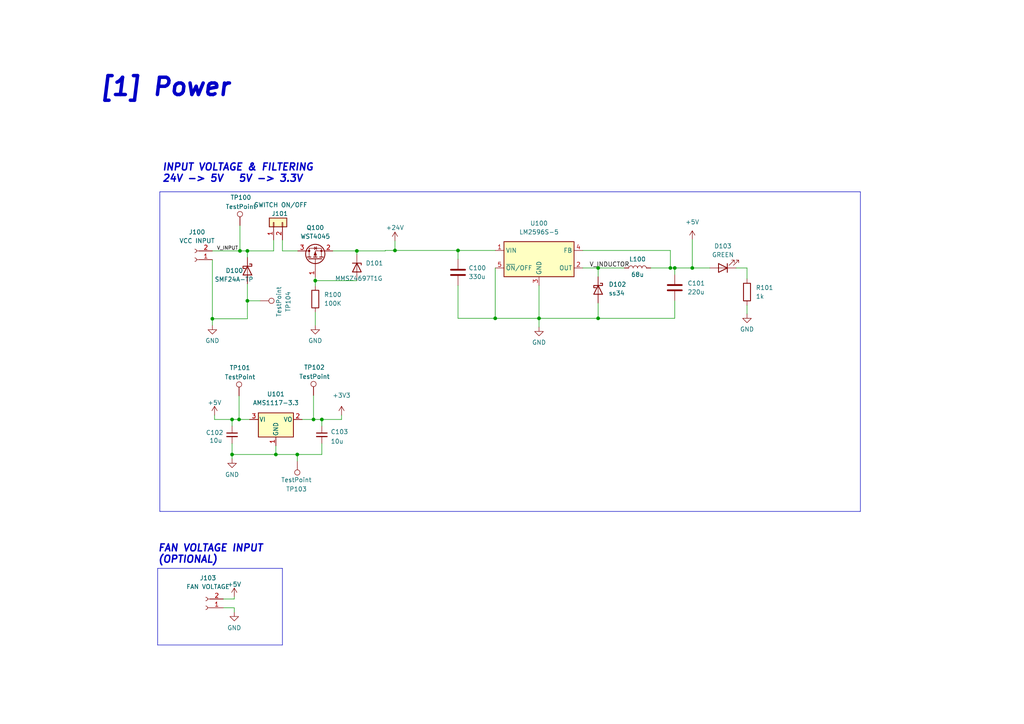
<source format=kicad_sch>
(kicad_sch (version 20230121) (generator eeschema)
  (paper "A4")
  (lib_symbols
    (symbol "Connector:Conn_01x02_Female" (pin_names (offset 1.016) hide)
      (property "Reference" "J" (at 0 2.54 0))
      (property "Value" "Conn_01x02_Female" (at 0 -5.08 0))
      (symbol "Conn_01x02_Female_1_1"
        (arc (start 0 -2.032) (mid -0.5058 -2.54) (end 0 -3.048) (stroke (width 0.1524)))
        (polyline (pts (xy -1.27 -2.54) (xy -0.508 -2.54)) (stroke (width 0.1524)))
        (polyline (pts (xy -1.27 0) (xy -0.508 0)) (stroke (width 0.1524)))
        (arc (start 0 0.508) (mid -0.5058 0) (end 0 -0.508) (stroke (width 0.1524)))
        (pin passive line (at -5.08 0 0) (length 3.81) (name "Pin_1") (number "1"))
        (pin passive line (at -5.08 -2.54 0) (length 3.81) (name "Pin_2") (number "2"))
      )
    )
    (symbol "Connector:TestPoint" (pin_numbers hide) (pin_names (offset 0.762) hide)
      (property "Reference" "TP" (at 0 6.858 0))
      (property "Value" "TestPoint" (at 0 5.08 0))
      (symbol "TestPoint_0_1"
        (circle (center 0 3.302) (radius 0.762))
      )
      (symbol "TestPoint_1_1"
        (pin passive line (at 0 0 90) (length 2.54) (name "1") (number "1"))
      )
    )
    (symbol "Connector_Generic:Conn_01x02" (pin_names (offset 1.016) hide)
      (property "Reference" "J" (at 0 2.54 0))
      (property "Value" "Conn_01x02" (at 0 -5.08 0))
      (symbol "Conn_01x02_1_1"
        (rectangle (start -1.27 -2.413) (end 0 -2.667) (stroke (width 0.1524)))
        (rectangle (start -1.27 0.127) (end 0 -0.127) (stroke (width 0.1524)))
        (rectangle (start -1.27 1.27) (end 1.27 -3.81) (stroke (width 0.254)) (fill (type background)))
        (pin passive line (at -5.08 0 0) (length 3.81) (name "Pin_1") (number "1"))
        (pin passive line (at -5.08 -2.54 0) (length 3.81) (name "Pin_2") (number "2"))
      )
    )
    (symbol "Device:C" (pin_numbers hide) (pin_names (offset 0.254))
      (property "Reference" "C" (at 0.635 2.54 0))
      (property "Value" "C" (at 0.635 -2.54 0))
      (symbol "C_0_1"
        (polyline (pts (xy -2.032 -0.762) (xy 2.032 -0.762)) (stroke (width 0.508)))
        (polyline (pts (xy -2.032 0.762) (xy 2.032 0.762)) (stroke (width 0.508)))
      )
      (symbol "C_1_1"
        (pin passive line (at 0 3.81 270) (length 2.794) (name "~") (number "1"))
        (pin passive line (at 0 -3.81 90) (length 2.794) (name "~") (number "2"))
      )
    )
    (symbol "Device:C_Small" (pin_numbers hide) (pin_names (offset 0.254) hide)
      (property "Reference" "C" (at 0.254 1.778 0))
      (property "Value" "C_Small" (at 0.254 -2.032 0))
      (symbol "C_Small_0_1"
        (polyline (pts (xy -1.524 -0.508) (xy 1.524 -0.508)) (stroke (width 0.3302)))
        (polyline (pts (xy -1.524 0.508) (xy 1.524 0.508)) (stroke (width 0.3048)))
      )
      (symbol "C_Small_1_1"
        (pin passive line (at 0 2.54 270) (length 2.032) (name "~") (number "1"))
        (pin passive line (at 0 -2.54 90) (length 2.032) (name "~") (number "2"))
      )
    )
    (symbol "Device:D_Schottky" (pin_numbers hide) (pin_names (offset 1.016) hide)
      (property "Reference" "D" (at 0 2.54 0))
      (property "Value" "D_Schottky" (at 0 -2.54 0))
      (symbol "D_Schottky_0_1"
        (polyline (pts (xy 1.27 0) (xy -1.27 0)))
        (polyline (pts (xy 1.27 1.27) (xy 1.27 -1.27) (xy -1.27 0) (xy 1.27 1.27)) (stroke (width 0.254)))
        (polyline (pts (xy -1.905 0.635) (xy -1.905 1.27) (xy -1.27 1.27) (xy -1.27 -1.27) (xy -0.635 -1.27) (xy -0.635 -0.635)) (stroke (width 0.254)))
      )
      (symbol "D_Schottky_1_1"
        (pin passive line (at -3.81 0 0) (length 2.54) (name "K") (number "1"))
        (pin passive line (at 3.81 0 180) (length 2.54) (name "A") (number "2"))
      )
    )
    (symbol "Device:D_Zener" (pin_numbers hide) (pin_names (offset 1.016) hide)
      (property "Reference" "D" (at 0 2.54 0))
      (property "Value" "D_Zener" (at 0 -2.54 0))
      (symbol "D_Zener_0_1"
        (polyline (pts (xy 1.27 0) (xy -1.27 0)))
        (polyline (pts (xy -1.27 -1.27) (xy -1.27 1.27) (xy -0.762 1.27)) (stroke (width 0.254)))
        (polyline (pts (xy 1.27 -1.27) (xy 1.27 1.27) (xy -1.27 0) (xy 1.27 -1.27)) (stroke (width 0.254)))
      )
      (symbol "D_Zener_1_1"
        (pin passive line (at -3.81 0 0) (length 2.54) (name "K") (number "1"))
        (pin passive line (at 3.81 0 180) (length 2.54) (name "A") (number "2"))
      )
    )
    (symbol "Device:L" (pin_numbers hide) (pin_names (offset 1.016) hide)
      (property "Reference" "L" (at -1.27 0 90))
      (property "Value" "L" (at 1.905 0 90))
      (symbol "L_0_1"
        (arc (start 0 -2.54) (mid 0.6323 -1.905) (end 0 -1.27))
        (arc (start 0 -1.27) (mid 0.6323 -0.635) (end 0 0))
        (arc (start 0 0) (mid 0.6323 0.635) (end 0 1.27))
        (arc (start 0 1.27) (mid 0.6323 1.905) (end 0 2.54))
      )
      (symbol "L_1_1"
        (pin passive line (at 0 3.81 270) (length 1.27) (name "1") (number "1"))
        (pin passive line (at 0 -3.81 90) (length 1.27) (name "2") (number "2"))
      )
    )
    (symbol "Device:LED" (pin_numbers hide) (pin_names (offset 1.016) hide)
      (property "Reference" "D" (at 0 2.54 0))
      (property "Value" "LED" (at 0 -2.54 0))
      (symbol "LED_0_1"
        (polyline (pts (xy -1.27 -1.27) (xy -1.27 1.27)) (stroke (width 0.254)))
        (polyline (pts (xy -1.27 0) (xy 1.27 0)))
        (polyline (pts (xy 1.27 -1.27) (xy 1.27 1.27) (xy -1.27 0) (xy 1.27 -1.27)) (stroke (width 0.254)))
        (polyline (pts (xy -3.048 -0.762) (xy -4.572 -2.286) (xy -3.81 -2.286) (xy -4.572 -2.286) (xy -4.572 -1.524)))
        (polyline (pts (xy -1.778 -0.762) (xy -3.302 -2.286) (xy -2.54 -2.286) (xy -3.302 -2.286) (xy -3.302 -1.524)))
      )
      (symbol "LED_1_1"
        (pin passive line (at -3.81 0 0) (length 2.54) (name "K") (number "1"))
        (pin passive line (at 3.81 0 180) (length 2.54) (name "A") (number "2"))
      )
    )
    (symbol "Device:R" (pin_numbers hide) (pin_names (offset 0))
      (property "Reference" "R" (at 2.032 0 90))
      (property "Value" "R" (at 0 0 90))
      (symbol "R_0_1"
        (rectangle (start -1.016 -2.54) (end 1.016 2.54) (stroke (width 0.254)))
      )
      (symbol "R_1_1"
        (pin passive line (at 0 3.81 270) (length 1.27) (name "~") (number "1"))
        (pin passive line (at 0 -3.81 90) (length 1.27) (name "~") (number "2"))
      )
    )
    (symbol "Regulator_Linear:AMS1117-3.3" (pin_names (offset 0.254))
      (property "Reference" "U" (at -3.81 3.175 0))
      (property "Value" "AMS1117-3.3" (at 0 3.175 0))
      (symbol "AMS1117-3.3_0_1"
        (rectangle (start -5.08 -5.08) (end 5.08 1.905) (stroke (width 0.254)) (fill (type background)))
      )
      (symbol "AMS1117-3.3_1_1"
        (pin power_in line (at 0 -7.62 90) (length 2.54) (name "GND") (number "1"))
        (pin power_out line (at 7.62 0 180) (length 2.54) (name "VO") (number "2"))
        (pin power_in line (at -7.62 0 0) (length 2.54) (name "VI") (number "3"))
      )
    )
    (symbol "Regulator_Switching:LM2596S-5"
      (property "Reference" "U" (at -10.16 6.35 0))
      (property "Value" "LM2596S-5" (at 0 6.35 0))
      (symbol "LM2596S-5_0_1"
        (rectangle (start -10.16 5.08) (end 10.16 -5.08) (stroke (width 0.254)) (fill (type background)))
      )
      (symbol "LM2596S-5_1_1"
        (pin power_in line (at -12.7 2.54 0) (length 2.54) (name "VIN") (number "1"))
        (pin output line (at 12.7 -2.54 180) (length 2.54) (name "OUT") (number "2"))
        (pin power_in line (at 0 -7.62 90) (length 2.54) (name "GND") (number "3"))
        (pin input line (at 12.7 2.54 180) (length 2.54) (name "FB") (number "4"))
        (pin input line (at -12.7 -2.54 0) (length 2.54) (name "~{ON}/OFF") (number "5"))
      )
    )
    (symbol "Transistor_FET:AO3401A" (pin_names hide)
      (property "Reference" "Q" (at 5.08 1.905 0))
      (property "Value" "AO3401A" (at 5.08 0 0))
      (symbol "AO3401A_0_1"
        (polyline (pts (xy 0.254 0) (xy -2.54 0)))
        (polyline (pts (xy 0.254 1.905) (xy 0.254 -1.905)) (stroke (width 0.254)))
        (polyline (pts (xy 0.762 -1.27) (xy 0.762 -2.286)) (stroke (width 0.254)))
        (polyline (pts (xy 0.762 0.508) (xy 0.762 -0.508)) (stroke (width 0.254)))
        (polyline (pts (xy 0.762 2.286) (xy 0.762 1.27)) (stroke (width 0.254)))
        (polyline (pts (xy 2.54 2.54) (xy 2.54 1.778)))
        (polyline (pts (xy 2.54 -2.54) (xy 2.54 0) (xy 0.762 0)))
        (polyline (pts (xy 0.762 1.778) (xy 3.302 1.778) (xy 3.302 -1.778) (xy 0.762 -1.778)))
        (polyline (pts (xy 2.286 0) (xy 1.27 0.381) (xy 1.27 -0.381) (xy 2.286 0)) (fill (type outline)))
        (polyline (pts (xy 2.794 -0.508) (xy 2.921 -0.381) (xy 3.683 -0.381) (xy 3.81 -0.254)))
        (polyline (pts (xy 3.302 -0.381) (xy 2.921 0.254) (xy 3.683 0.254) (xy 3.302 -0.381)))
        (circle (center 1.651 0) (radius 2.794) (stroke (width 0.254)))
        (circle (center 2.54 -1.778) (radius 0.254) (fill (type outline)))
        (circle (center 2.54 1.778) (radius 0.254) (fill (type outline)))
      )
      (symbol "AO3401A_1_1"
        (pin input line (at -5.08 0 0) (length 2.54) (name "G") (number "1"))
        (pin passive line (at 2.54 -5.08 90) (length 2.54) (name "S") (number "2"))
        (pin passive line (at 2.54 5.08 270) (length 2.54) (name "D") (number "3"))
      )
    )
    (symbol "power:+24V" (power) (pin_names (offset 0))
      (property "Value" "+24V" (at 0 3.556 0))
      (symbol "+24V_0_1"
        (polyline (pts (xy -0.762 1.27) (xy 0 2.54)))
        (polyline (pts (xy 0 0) (xy 0 2.54)))
        (polyline (pts (xy 0 2.54) (xy 0.762 1.27)))
      )
      (symbol "+24V_1_1"
        (pin power_in line (at 0 0 90) (length 0) hide (name "+24V") (number "1"))
      )
    )
    (symbol "power:+3V3" (power) (pin_names (offset 0))
      (property "Value" "+3V3" (at 0 3.556 0))
      (symbol "+3V3_0_1"
        (polyline (pts (xy -0.762 1.27) (xy 0 2.54)))
        (polyline (pts (xy 0 0) (xy 0 2.54)))
        (polyline (pts (xy 0 2.54) (xy 0.762 1.27)))
      )
      (symbol "+3V3_1_1"
        (pin power_in line (at 0 0 90) (length 0) hide (name "+3V3") (number "1"))
      )
    )
    (symbol "power:+5V" (power) (pin_names (offset 0))
      (property "Value" "+5V" (at 0 3.556 0))
      (symbol "+5V_0_1"
        (polyline (pts (xy -0.762 1.27) (xy 0 2.54)))
        (polyline (pts (xy 0 0) (xy 0 2.54)))
        (polyline (pts (xy 0 2.54) (xy 0.762 1.27)))
      )
      (symbol "+5V_1_1"
        (pin power_in line (at 0 0 90) (length 0) hide (name "+5V") (number "1"))
      )
    )
    (symbol "power:GND" (power) (pin_names (offset 0))
      (property "Value" "GND" (at 0 -3.81 0))
      (symbol "GND_0_1"
        (polyline (pts (xy 0 0) (xy 0 -1.27) (xy 1.27 -1.27) (xy 0 -2.54) (xy -1.27 -1.27) (xy 0 -1.27)))
      )
      (symbol "GND_1_1"
        (pin power_in line (at 0 0 270) (length 0) hide (name "GND") (number "1"))
      )
    )
  )
  (junction (at 90.932 121.666))
  (junction (at 86.233 131.826))
  (junction (at 173.482 77.724))
  (junction (at 61.595 92.456))
  (junction (at 143.637 92.329))
  (junction (at 71.755 87.249))
  (junction (at 71.755 72.771))
  (junction (at 91.44 81.407))
  (junction (at 114.554 72.644))
  (junction (at 132.842 72.644))
  (junction (at 200.787 77.724))
  (junction (at 194.437 77.724))
  (junction (at 69.342 121.666))
  (junction (at 69.596 72.771))
  (junction (at 103.505 72.771))
  (junction (at 195.707 77.724))
  (junction (at 156.337 92.329))
  (junction (at 80.01 131.826))
  (junction (at 67.31 121.666))
  (junction (at 67.31 131.826))
  (junction (at 93.345 121.666))
  (junction (at 173.482 92.329))
  (wire (pts (xy 194.437 77.724) (xy 188.722 77.724)))
  (wire (pts (xy 71.755 72.771) (xy 79.375 72.771)))
  (wire (pts (xy 213.487 77.724) (xy 216.662 77.724)))
  (wire (pts (xy 103.505 72.771) (xy 96.52 72.771)))
  (wire (pts (xy 195.707 92.329) (xy 173.482 92.329)))
  (wire (pts (xy 195.707 79.629) (xy 195.707 77.724)))
  (wire (pts (xy 91.44 81.407) (xy 103.505 81.407)))
  (wire (pts (xy 69.342 114.808) (xy 69.342 121.666)))
  (wire (pts (xy 143.637 92.329) (xy 156.337 92.329)))
  (polyline (pts (xy 249.555 55.626) (xy 249.555 148.336)))
  (polyline (pts (xy 45.72 164.846) (xy 81.915 164.846)))
  (polyline (pts (xy 45.72 164.846) (xy 45.72 187.071)))
  (wire (pts (xy 80.01 131.826) (xy 67.31 131.826)))
  (wire (pts (xy 86.233 131.826) (xy 86.233 133.731)))
  (polyline (pts (xy 46.355 55.626) (xy 249.555 55.626)))
  (wire (pts (xy 173.482 80.264) (xy 173.482 77.724)))
  (wire (pts (xy 90.932 121.666) (xy 93.345 121.666)))
  (wire (pts (xy 216.662 88.519) (xy 216.662 91.059)))
  (polyline (pts (xy 81.915 187.071) (xy 45.72 187.071)))
  (polyline (pts (xy 249.555 148.336) (xy 46.355 148.336)))
  (wire (pts (xy 111.76 72.644) (xy 114.554 72.644)))
  (wire (pts (xy 200.787 77.724) (xy 195.707 77.724)))
  (wire (pts (xy 143.637 77.724) (xy 143.637 92.329)))
  (wire (pts (xy 173.482 87.884) (xy 173.482 92.329)))
  (wire (pts (xy 132.842 72.644) (xy 143.637 72.644)))
  (wire (pts (xy 69.596 72.771) (xy 71.755 72.771)))
  (wire (pts (xy 67.31 121.666) (xy 69.342 121.666)))
  (wire (pts (xy 103.505 72.771) (xy 111.76 72.771)))
  (wire (pts (xy 156.337 82.804) (xy 156.337 92.329)))
  (wire (pts (xy 81.915 69.596) (xy 81.915 72.771)))
  (wire (pts (xy 69.342 121.666) (xy 72.39 121.666)))
  (wire (pts (xy 132.842 92.329) (xy 143.637 92.329)))
  (wire (pts (xy 169.037 72.644) (xy 194.437 72.644)))
  (polyline (pts (xy 46.355 55.626) (xy 46.355 148.336)))
  (wire (pts (xy 71.755 72.771) (xy 71.755 74.676)))
  (wire (pts (xy 62.23 121.666) (xy 67.31 121.666)))
  (wire (pts (xy 61.595 92.456) (xy 61.595 94.361)))
  (wire (pts (xy 62.23 120.396) (xy 62.23 121.666)))
  (wire (pts (xy 173.482 92.329) (xy 156.337 92.329)))
  (wire (pts (xy 71.755 87.249) (xy 71.755 92.456)))
  (wire (pts (xy 111.76 72.644) (xy 111.76 72.771)))
  (wire (pts (xy 61.595 75.311) (xy 61.595 92.456)))
  (wire (pts (xy 79.375 69.596) (xy 79.375 72.771)))
  (wire (pts (xy 91.44 90.551) (xy 91.44 94.361)))
  (wire (pts (xy 93.345 131.826) (xy 86.233 131.826)))
  (wire (pts (xy 132.842 82.804) (xy 132.842 92.329)))
  (wire (pts (xy 195.707 87.249) (xy 195.707 92.329)))
  (wire (pts (xy 99.06 121.666) (xy 99.06 120.396)))
  (wire (pts (xy 195.707 77.724) (xy 194.437 77.724)))
  (wire (pts (xy 69.596 65.405) (xy 69.596 72.771)))
  (wire (pts (xy 67.31 121.666) (xy 67.31 123.571)))
  (wire (pts (xy 194.437 72.644) (xy 194.437 77.724)))
  (wire (pts (xy 200.787 69.469) (xy 200.787 77.724)))
  (wire (pts (xy 61.595 72.771) (xy 69.596 72.771)))
  (polyline (pts (xy 81.915 164.846) (xy 81.915 187.071)))
  (wire (pts (xy 61.595 92.456) (xy 71.755 92.456)))
  (wire (pts (xy 67.945 176.276) (xy 67.945 177.546)))
  (wire (pts (xy 80.01 129.286) (xy 80.01 131.826)))
  (wire (pts (xy 91.44 80.391) (xy 91.44 81.407)))
  (wire (pts (xy 71.755 82.296) (xy 71.755 87.249)))
  (wire (pts (xy 93.345 121.666) (xy 93.345 123.571)))
  (wire (pts (xy 103.505 72.771) (xy 103.505 73.787)))
  (wire (pts (xy 205.867 77.724) (xy 200.787 77.724)))
  (wire (pts (xy 93.345 128.651) (xy 93.345 131.826)))
  (wire (pts (xy 67.945 173.736) (xy 67.945 173.101)))
  (wire (pts (xy 64.77 173.736) (xy 67.945 173.736)))
  (wire (pts (xy 114.554 69.85) (xy 114.554 72.644)))
  (wire (pts (xy 86.233 131.826) (xy 80.01 131.826)))
  (wire (pts (xy 67.31 128.651) (xy 67.31 131.826)))
  (wire (pts (xy 91.44 81.407) (xy 91.44 82.931)))
  (wire (pts (xy 156.337 92.329) (xy 156.337 94.869)))
  (wire (pts (xy 90.932 114.681) (xy 90.932 121.666)))
  (wire (pts (xy 114.554 72.644) (xy 132.842 72.644)))
  (wire (pts (xy 81.915 72.771) (xy 86.36 72.771)))
  (wire (pts (xy 132.842 75.184) (xy 132.842 72.644)))
  (wire (pts (xy 87.63 121.666) (xy 90.932 121.666)))
  (wire (pts (xy 216.662 77.724) (xy 216.662 80.899)))
  (wire (pts (xy 67.31 131.826) (xy 67.31 133.096)))
  (wire (pts (xy 173.482 77.724) (xy 181.102 77.724)))
  (wire (pts (xy 173.482 77.724) (xy 169.037 77.724)))
  (wire (pts (xy 93.345 121.666) (xy 99.06 121.666)))
  (wire (pts (xy 71.755 87.249) (xy 75.438 87.249)))
  (wire (pts (xy 64.77 176.276) (xy 67.945 176.276)))
  (text "[1] Power" (at 28.575 28.321 0) (effects (font (size 5.0038 5.0038) (thickness 1.0008) bold italic) (justify left bottom)))
  (text "INPUT VOLTAGE & FILTERING\n24V -> 5V   5V -> 3.3V" (at 46.99 53.086 0) (effects (font (size 2.032 2.032) (thickness 0.4064) bold italic) (justify left bottom)))
  (text "FAN VOLTAGE INPUT \n(OPTIONAL)" (at 45.72 163.576 0) (effects (font (size 2.032 2.032) (thickness 0.4064) bold italic) (justify left bottom)))
  (label "V_INPUT" (at 62.865 72.771 0) (effects (font (size 1.016 1.016))))
  (label "V_INDUCTOR" (at 170.942 77.724 0))
  (symbol (lib_id "Device:R") (at 216.662 84.709 180) (unit 1)
    (property "Reference" "R101" (at 219.202 83.439 0) (effects (justify right)))
    (property "Value" "1k" (at 219.202 85.979 0) (effects (justify right)))
    (property "Footprint" "Resistor_SMD:R_0603_1608Metric" (effects hide))
    (property "LCSC" "C21190" (effects hide))
  )
  (symbol (lib_id "Regulator_Switching:LM2596S-5") (at 156.337 75.184 0) (unit 1)
    (property "Reference" "U100" (at 156.337 64.77 0))
    (property "Value" "LM2596S-5" (at 156.337 67.31 0))
    (property "Footprint" "Package_TO_SOT_SMD:TO-263-5_TabPin3" (effects hide))
    (property "Datasheet" "http://www.ti.com/lit/ds/symlink/lm2596.pdf" (effects hide))
    (property "LCSC" "C10002" (effects hide))
  )
  (symbol (lib_id "power:+5V") (at 67.945 173.101 0) (unit 1)
    (property "Reference" "#PWR0107" (effects hide))
    (property "Value" "+5V" (at 67.945 169.4965 0))
  )
  (symbol (lib_id "Device:C") (at 195.707 83.439 0) (unit 1)
    (property "Reference" "C101" (at 199.39 82.1689 0) (effects (justify left)))
    (property "Value" "220u" (at 199.39 84.7089 0) (effects (justify left)))
    (property "Footprint" "Capacitor_SMD:CP_Elec_10x10.5" (effects hide))
    (property "LCSC" "C2886113" (effects hide))
  )
  (symbol (lib_id "Connector:Conn_01x02_Female") (at 59.69 176.276 180) (unit 1)
    (property "Reference" "J103" (at 60.325 167.64 0))
    (property "Value" "FAN VOLTAGE" (at 60.325 170.18 0))
    (property "Footprint" "Connector_PinHeader_2.54mm:PinHeader_1x02_P2.54mm_Vertical" (effects hide))
  )
  (symbol (lib_id "Regulator_Linear:AMS1117-3.3") (at 80.01 121.666 0) (unit 1)
    (property "Reference" "U101" (at 80.01 114.3 0))
    (property "Value" "AMS1117-3.3" (at 80.01 116.84 0))
    (property "Footprint" "Package_TO_SOT_SMD:SOT-223-3_TabPin2" (effects hide))
    (property "Datasheet" "http://www.advanced-monolithic.com/pdf/ds1117.pdf" (effects hide))
    (property "LCSC" "C6186" (effects hide))
  )
  (symbol (lib_id "Device:C_Small") (at 93.345 126.111 0) (unit 1)
    (property "Reference" "C103" (at 95.885 125.2409 0) (effects (justify left)))
    (property "Value" "10u" (at 95.885 128.016 0) (effects (justify left)))
    (property "Footprint" "Capacitor_SMD:C_0805_2012Metric" (effects hide))
    (property "LCSC" "C15850" (effects hide))
  )
  (symbol (lib_id "power:GND") (at 156.337 94.869 0) (unit 1)
    (property "Reference" "#PWR0104" (effects hide))
    (property "Value" "GND" (at 156.337 99.314 0))
  )
  (symbol (lib_id "Connector_Generic:Conn_01x02") (at 79.375 64.516 90) (unit 1)
    (property "Reference" "J101" (at 78.74 61.976 90) (effects (justify right)))
    (property "Value" "SWITCH ON/OFF" (at 73.66 59.436 90) (effects (justify right)))
    (property "Footprint" "B2B-XH-A:JST_B2B-XH-A_LF__SN_" (effects hide))
  )
  (symbol (lib_id "Connector:Conn_01x02_Female") (at 56.515 75.311 180) (unit 1)
    (property "Reference" "J100" (at 57.15 67.31 0))
    (property "Value" "VCC INPUT" (at 57.15 69.85 0))
    (property "Footprint" "Connector_Phoenix_MSTB:PhoenixContact_MSTBA_2,5_2-G-5,08_1x02_P5.08mm_Horizontal" (effects hide))
  )
  (symbol (lib_id "power:+5V") (at 62.23 120.396 0) (unit 1)
    (property "Reference" "#PWR0101" (effects hide))
    (property "Value" "+5V" (at 62.23 116.7915 0))
  )
  (symbol (lib_id "Device:D_Zener") (at 103.505 77.597 270) (unit 1)
    (property "Reference" "D101" (at 106.045 76.3269 90) (effects (justify left)))
    (property "Value" "MMSZ4697T1G" (at 97.155 80.772 90) (effects (justify left)))
    (property "Footprint" "Diode_SMD:D_SOD-123" (effects hide))
    (property "LCSC" "C48870" (effects hide))
  )
  (symbol (lib_id "Device:C_Small") (at 67.31 126.111 0) (unit 1)
    (property "Reference" "C102" (at 59.69 125.476 0) (effects (justify left)))
    (property "Value" "10u" (at 60.706 127.762 0) (effects (justify left)))
    (property "Footprint" "Capacitor_SMD:C_0805_2012Metric" (effects hide))
    (property "LCSC" "C15850" (effects hide))
  )
  (symbol (lib_id "Connector:TestPoint") (at 90.932 114.681 0) (unit 1)
    (property "Reference" "TP102" (at 88.138 106.553 0) (effects (justify left)))
    (property "Value" "TestPoint" (at 86.741 109.22 0) (effects (justify left)))
    (property "Footprint" "TestPoint:TestPoint_Pad_D2.0mm" (effects hide))
  )
  (symbol (lib_id "Connector:TestPoint") (at 69.342 114.808 0) (unit 1)
    (property "Reference" "TP101" (at 66.548 106.68 0) (effects (justify left)))
    (property "Value" "TestPoint" (at 65.151 109.347 0) (effects (justify left)))
    (property "Footprint" "TestPoint:TestPoint_Pad_D2.0mm" (effects hide))
  )
  (symbol (lib_id "Transistor_FET:AO3401A") (at 91.44 75.311 90) (unit 1)
    (property "Reference" "Q100" (at 91.44 66.04 90))
    (property "Value" "WST4045" (at 91.44 68.58 90))
    (property "Footprint" "Package_TO_SOT_SMD:SOT-23" (effects hide))
    (property "Datasheet" "http://www.aosmd.com/pdfs/datasheet/AO3401A.pdf" (effects hide))
    (property "LCSC" "C719073" (effects hide))
  )
  (symbol (lib_id "Connector:TestPoint") (at 75.438 87.249 270) (unit 1)
    (property "Reference" "TP104" (at 83.566 84.455 0) (effects (justify left)))
    (property "Value" "TestPoint" (at 80.899 83.058 0) (effects (justify left)))
    (property "Footprint" "TestPoint:TestPoint_Pad_D2.0mm" (effects hide))
  )
  (symbol (lib_id "power:+5V") (at 200.787 69.469 0) (unit 1)
    (property "Reference" "#PWR0110" (effects hide))
    (property "Value" "+5V" (at 200.787 64.389 0))
  )
  (symbol (lib_id "power:GND") (at 67.31 133.096 0) (unit 1)
    (property "Reference" "#PWR0109" (effects hide))
    (property "Value" "GND" (at 67.31 137.6585 0))
  )
  (symbol (lib_id "Device:D_Schottky") (at 173.482 84.074 270) (unit 1)
    (property "Reference" "D102" (at 176.53 82.4864 90) (effects (justify left)))
    (property "Value" "ss34" (at 176.53 85.0264 90) (effects (justify left)))
    (property "Footprint" "Diode_SMD:D_SMA" (effects hide))
    (property "LCSC" "C8678" (effects hide))
  )
  (symbol (lib_id "power:GND") (at 67.945 177.546 0) (unit 1)
    (property "Reference" "#PWR0108" (effects hide))
    (property "Value" "GND" (at 67.945 182.1085 0))
  )
  (symbol (lib_id "power:GND") (at 91.44 94.361 0) (unit 1)
    (property "Reference" "#PWR0103" (effects hide))
    (property "Value" "GND" (at 91.44 98.806 0))
  )
  (symbol (lib_id "Device:D_Schottky") (at 71.755 78.486 270) (unit 1)
    (property "Reference" "D100" (at 65.405 78.486 90) (effects (justify left)))
    (property "Value" "SMF24A-TP" (at 62.23 81.026 90) (effects (justify left)))
    (property "Footprint" "Jose_:SOD_123FL" (effects hide))
    (property "LCSC" "C545276" (effects hide))
  )
  (symbol (lib_id "Connector:TestPoint") (at 86.233 133.731 180) (unit 1)
    (property "Reference" "TP103" (at 89.027 141.859 0) (effects (justify left)))
    (property "Value" "TestPoint" (at 90.424 139.192 0) (effects (justify left)))
    (property "Footprint" "TestPoint:TestPoint_Pad_D2.0mm" (effects hide))
  )
  (symbol (lib_id "power:GND") (at 61.595 94.361 0) (unit 1)
    (property "Reference" "#PWR0106" (effects hide))
    (property "Value" "GND" (at 61.595 98.806 0))
  )
  (symbol (lib_id "Device:LED") (at 209.677 77.724 180) (unit 1)
    (property "Reference" "D103" (at 209.677 71.374 0))
    (property "Value" "GREEN" (at 209.677 73.914 0))
    (property "Footprint" "LED_SMD:LED_0603_1608Metric" (effects hide))
    (property "LCSC" "C72043" (effects hide))
  )
  (symbol (lib_id "Device:R") (at 91.44 86.741 0) (unit 1)
    (property "Reference" "R100" (at 93.98 85.4709 0) (effects (justify left)))
    (property "Value" "100K" (at 93.98 88.0109 0) (effects (justify left)))
    (property "Footprint" "Resistor_SMD:R_1206_3216Metric" (effects hide))
    (property "LCSC" "C17900" (effects hide))
  )
  (symbol (lib_id "power:+3V3") (at 99.06 120.396 0) (unit 1)
    (property "Reference" "#PWR0102" (effects hide))
    (property "Value" "+3V3" (at 99.06 114.681 0))
  )
  (symbol (lib_id "power:GND") (at 216.662 91.059 0) (unit 1)
    (property "Reference" "#PWR0111" (effects hide))
    (property "Value" "GND" (at 216.662 95.504 0))
  )
  (symbol (lib_id "Device:L") (at 184.912 77.724 90) (unit 1)
    (property "Reference" "L100" (at 184.912 75.184 90))
    (property "Value" "68u" (at 184.912 79.629 90))
    (property "Footprint" "Jose_:SMD_12.3X12.3mm" (effects hide))
    (property "LCSC" "C2929504" (effects hide))
  )
  (symbol (lib_id "power:+24V") (at 114.554 69.85 0) (unit 1)
    (property "Reference" "#PWR0105" (effects hide))
    (property "Value" "+24V" (at 114.554 66.04 0))
  )
  (symbol (lib_id "Device:C") (at 132.842 78.994 0) (unit 1)
    (property "Reference" "C100" (at 135.89 77.7239 0) (effects (justify left)))
    (property "Value" "330u" (at 135.89 80.2639 0) (effects (justify left)))
    (property "Footprint" "Capacitor_SMD:C_Elec_10x10.2" (effects hide))
    (property "LCSC" "C239324" (effects hide))
  )
  (symbol (lib_id "Connector:TestPoint") (at 69.596 65.405 0) (unit 1)
    (property "Reference" "TP100" (at 66.802 57.277 0) (effects (justify left)))
    (property "Value" "TestPoint" (at 65.405 59.944 0) (effects (justify left)))
    (property "Footprint" "TestPoint:TestPoint_Pad_D2.0mm" (effects hide))
  )
)
</source>
